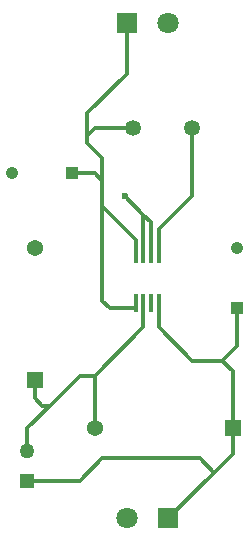
<source format=gbr>
G04*
G04 #@! TF.GenerationSoftware,Altium Limited,Altium Designer,22.4.2 (48)*
G04*
G04 Layer_Physical_Order=1*
G04 Layer_Color=255*
%FSLAX44Y44*%
%MOMM*%
G71*
G04*
G04 #@! TF.SameCoordinates,4A528D61-7CE6-41CA-A9B8-15A1ED942E6C*
G04*
G04*
G04 #@! TF.FilePolarity,Positive*
G04*
G01*
G75*
%ADD14R,0.4572X1.5240*%
%ADD23R,1.3716X1.3716*%
%ADD24C,1.3716*%
%ADD25R,1.3716X1.3716*%
%ADD27C,0.3000*%
%ADD28C,1.8000*%
%ADD29R,1.8000X1.8000*%
%ADD30R,1.2700X1.2700*%
%ADD31C,1.2700*%
%ADD32C,1.3500*%
%ADD33R,1.0600X1.0600*%
%ADD34C,1.0600*%
%ADD35R,1.0600X1.0600*%
%ADD36C,0.6000*%
D14*
X396650Y487553D02*
D03*
X403150D02*
D03*
X409650D02*
D03*
X416150D02*
D03*
Y528447D02*
D03*
X409650D02*
D03*
X403150D02*
D03*
X396650D02*
D03*
D23*
X311150Y422148D02*
D03*
D24*
Y533400D02*
D03*
X361950Y381000D02*
D03*
D25*
X478790D02*
D03*
D27*
X349400Y425600D02*
X361950D01*
X323850Y400050D02*
X349400Y425600D01*
X361950Y381000D02*
Y425600D01*
X374650Y482600D02*
X395864D01*
X396650Y483386D02*
Y487553D01*
X368300Y488950D02*
X374650Y482600D01*
X395864D02*
X396650Y483386D01*
X482600Y450850D02*
Y482600D01*
X388900Y681000D02*
Y723900D01*
X355600Y647700D02*
X388900Y681000D01*
X355600Y628650D02*
Y647700D01*
Y622300D02*
Y628650D01*
X361950Y635000D01*
X394100D01*
X368300Y590550D02*
Y609600D01*
X355600Y622300D02*
X368300Y609600D01*
X361950Y596900D02*
X368300Y590550D01*
X342900Y596900D02*
X361950D01*
X444100Y577450D02*
Y635000D01*
X416150Y549500D02*
X444100Y577450D01*
X416150Y528447D02*
Y549500D01*
X409650Y528447D02*
Y555550D01*
X403150Y562050D02*
X409650Y555550D01*
X403150Y528447D02*
Y562050D01*
X396650Y528447D02*
Y540864D01*
X368300Y569214D02*
X396650Y540864D01*
X387350Y577850D02*
X403150Y562050D01*
X368300Y569214D02*
Y590550D01*
Y488950D02*
Y569214D01*
X403150Y466800D02*
Y487553D01*
X361950Y425600D02*
X403150Y466800D01*
X317500Y400050D02*
X323850D01*
X311150Y406400D02*
X317500Y400050D01*
X311150Y406400D02*
Y422148D01*
X304800Y381000D02*
X323850Y400050D01*
X304800Y361950D02*
Y381000D01*
Y336550D02*
X349250D01*
X368300Y355600D01*
X450850D01*
X462775Y343675D01*
X423900Y304800D02*
X462775Y343675D01*
X478790Y359690D01*
Y381000D01*
Y429260D01*
X469900Y438150D02*
X478790Y429260D01*
X444500Y438150D02*
X469900D01*
X416150Y466500D02*
X444500Y438150D01*
X416150Y466500D02*
Y487553D01*
X469900Y438150D02*
X482600Y450850D01*
D28*
X423900Y723900D02*
D03*
X388900Y304800D02*
D03*
D29*
Y723900D02*
D03*
X423900Y304800D02*
D03*
D30*
X304800Y336550D02*
D03*
D31*
Y361950D02*
D03*
D32*
X394100Y635000D02*
D03*
X444100D02*
D03*
D33*
X342900Y596900D02*
D03*
D34*
X292100D02*
D03*
X482600Y533400D02*
D03*
D35*
Y482600D02*
D03*
D36*
X387350Y577850D02*
D03*
M02*

</source>
